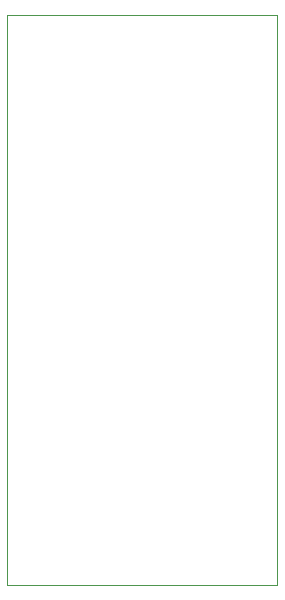
<source format=gko>
G04 (created by PCBNEW (2013-07-07 BZR 4022)-stable) date 8/18/2013 11:16:40 PM*
%MOIN*%
G04 Gerber Fmt 3.4, Leading zero omitted, Abs format*
%FSLAX34Y34*%
G01*
G70*
G90*
G04 APERTURE LIST*
%ADD10C,0.00590551*%
%ADD11C,0.00393701*%
G04 APERTURE END LIST*
G54D10*
G54D11*
X85000Y-66000D02*
X85000Y-47000D01*
X94000Y-47000D02*
X94000Y-66000D01*
X85000Y-47000D02*
X94000Y-47000D01*
X94000Y-66000D02*
X85000Y-66000D01*
M02*

</source>
